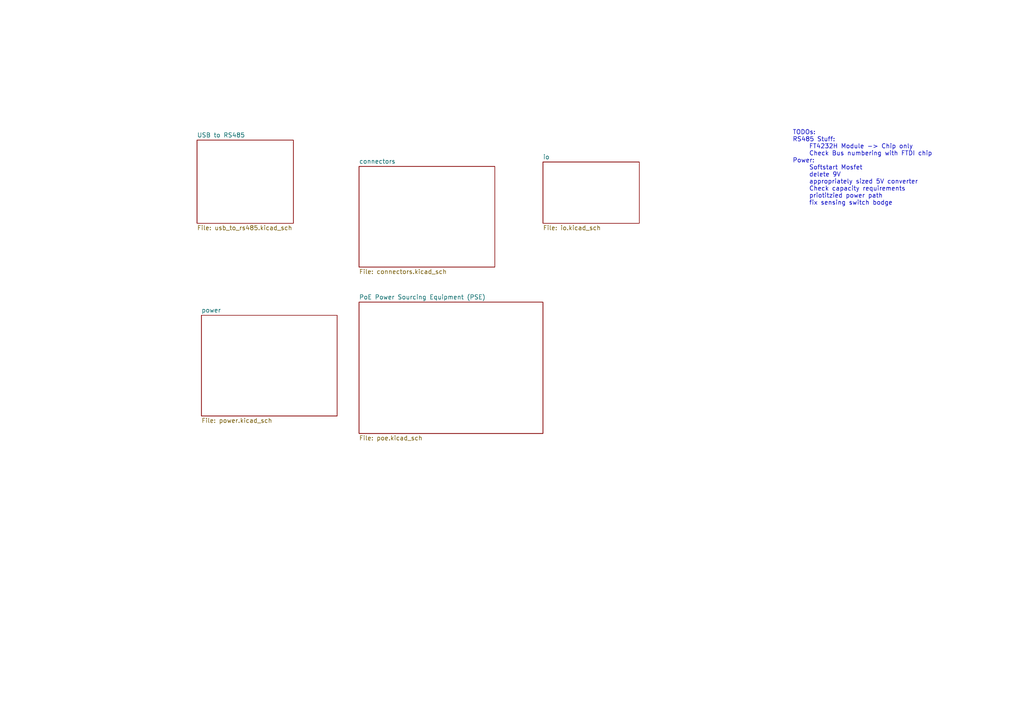
<source format=kicad_sch>
(kicad_sch
	(version 20231120)
	(generator "eeschema")
	(generator_version "8.0")
	(uuid "9538e4ed-27e6-4c37-b989-9859dc0d49e8")
	(paper "A4")
	(lib_symbols)
	(text "TODOs:\nRS485 Stuff:\n	FT4232H Module -> Chip only\n	Check Bus numbering with FTDI chip\nPower:\n	Softstart Mosfet\n	delete 9V\n	appropriately sized 5V converter\n	Check capacity requirements\n	priotitzied power path\n	fix sensing switch bodge"
		(exclude_from_sim no)
		(at 229.87 59.69 0)
		(effects
			(font
				(size 1.27 1.27)
			)
			(justify left bottom)
		)
		(uuid "a7e4ce5c-98fb-48d0-9ff3-cdec8a457bcf")
	)
	(sheet
		(at 58.42 91.44)
		(size 39.37 29.21)
		(fields_autoplaced yes)
		(stroke
			(width 0.1524)
			(type solid)
		)
		(fill
			(color 0 0 0 0.0000)
		)
		(uuid "03085433-09a6-46e6-a151-340cb0e29306")
		(property "Sheetname" "power"
			(at 58.42 90.7284 0)
			(effects
				(font
					(size 1.27 1.27)
				)
				(justify left bottom)
			)
		)
		(property "Sheetfile" "power.kicad_sch"
			(at 58.42 121.2346 0)
			(effects
				(font
					(size 1.27 1.27)
				)
				(justify left top)
			)
		)
		(instances
			(project "wolfgang_core"
				(path "/9538e4ed-27e6-4c37-b989-9859dc0d49e8"
					(page "4")
				)
			)
		)
	)
	(sheet
		(at 104.14 87.63)
		(size 53.34 38.1)
		(fields_autoplaced yes)
		(stroke
			(width 0.1524)
			(type solid)
		)
		(fill
			(color 0 0 0 0.0000)
		)
		(uuid "3d827942-3ef6-4515-bd08-bedcdbccf816")
		(property "Sheetname" "PoE Power Sourcing Equipment (PSE)"
			(at 104.14 86.9184 0)
			(effects
				(font
					(size 1.27 1.27)
				)
				(justify left bottom)
			)
		)
		(property "Sheetfile" "poe.kicad_sch"
			(at 104.14 126.3146 0)
			(effects
				(font
					(size 1.27 1.27)
				)
				(justify left top)
			)
		)
		(instances
			(project "wolfgang_core"
				(path "/9538e4ed-27e6-4c37-b989-9859dc0d49e8"
					(page "5")
				)
			)
		)
	)
	(sheet
		(at 157.48 46.99)
		(size 27.94 17.78)
		(fields_autoplaced yes)
		(stroke
			(width 0.1524)
			(type solid)
		)
		(fill
			(color 0 0 0 0.0000)
		)
		(uuid "603e09f3-4614-4ae6-8ac0-848bf6b26647")
		(property "Sheetname" "io"
			(at 157.48 46.2784 0)
			(effects
				(font
					(size 1.27 1.27)
				)
				(justify left bottom)
			)
		)
		(property "Sheetfile" "io.kicad_sch"
			(at 157.48 65.3546 0)
			(effects
				(font
					(size 1.27 1.27)
				)
				(justify left top)
			)
		)
		(instances
			(project "wolfgang_core"
				(path "/9538e4ed-27e6-4c37-b989-9859dc0d49e8"
					(page "6")
				)
			)
		)
	)
	(sheet
		(at 104.14 48.26)
		(size 39.37 29.21)
		(fields_autoplaced yes)
		(stroke
			(width 0.1524)
			(type solid)
		)
		(fill
			(color 0 0 0 0.0000)
		)
		(uuid "ded4cb81-a8d4-43bd-a5d0-1be100709afa")
		(property "Sheetname" "connectors"
			(at 104.14 47.5484 0)
			(effects
				(font
					(size 1.27 1.27)
				)
				(justify left bottom)
			)
		)
		(property "Sheetfile" "connectors.kicad_sch"
			(at 104.14 78.0546 0)
			(effects
				(font
					(size 1.27 1.27)
				)
				(justify left top)
			)
		)
		(instances
			(project "wolfgang_core"
				(path "/9538e4ed-27e6-4c37-b989-9859dc0d49e8"
					(page "3")
				)
			)
		)
	)
	(sheet
		(at 57.15 40.64)
		(size 27.94 24.13)
		(fields_autoplaced yes)
		(stroke
			(width 0.1524)
			(type solid)
		)
		(fill
			(color 0 0 0 0.0000)
		)
		(uuid "e79c8e11-ed47-4701-ae80-a54cdb6682a5")
		(property "Sheetname" "USB to RS485"
			(at 57.15 39.9284 0)
			(effects
				(font
					(size 1.27 1.27)
				)
				(justify left bottom)
			)
		)
		(property "Sheetfile" "usb_to_rs485.kicad_sch"
			(at 57.15 65.3546 0)
			(effects
				(font
					(size 1.27 1.27)
				)
				(justify left top)
			)
		)
		(instances
			(project "wolfgang_core"
				(path "/9538e4ed-27e6-4c37-b989-9859dc0d49e8"
					(page "2")
				)
			)
		)
	)
	(sheet_instances
		(path "/"
			(page "1")
		)
	)
)

</source>
